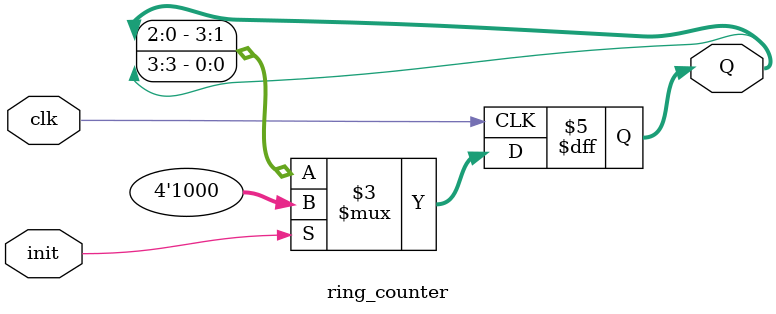
<source format=v>
`timescale 1ns / 1ps

module ring_counter(
    input clk,init,
    output reg [3:0] Q
    );
    
    always @(negedge clk)
        begin
            if(init) Q = 4'b1000;
            else  
                begin
                   // Q    <= Q << 1;
                   // Q[0] <= Q[3];
                      Q    =  {Q[2:0],Q[3]};
                end
        end       
endmodule

</source>
